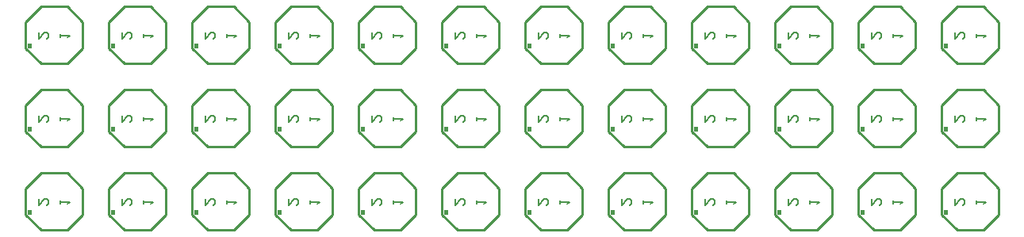
<source format=gbr>
G04 start of page 9 for group -4078 idx -4078 *
G04 Title: (unknown), bottomsilk *
G04 Creator: pcb 4.0.2 *
G04 CreationDate: Thu Oct 28 15:19:50 2021 UTC *
G04 For: ndholmes *
G04 Format: Gerber/RS-274X *
G04 PCB-Dimensions (mil): 4900.00 1150.00 *
G04 PCB-Coordinate-Origin: lower left *
%MOIN*%
%FSLAX25Y25*%
%LNBOTTOMSILK*%
%ADD31C,0.0080*%
%ADD30C,0.0100*%
%ADD29C,0.0001*%
G54D29*G36*
X43000Y89000D02*Y87000D01*
X41500D01*
Y89000D01*
X43000D01*
G37*
G36*
X78000D02*Y87000D01*
X76500D01*
Y89000D01*
X78000D01*
G37*
G36*
X43000Y54000D02*Y52000D01*
X41500D01*
Y54000D01*
X43000D01*
G37*
G36*
X78000D02*Y52000D01*
X76500D01*
Y54000D01*
X78000D01*
G37*
G36*
X43000Y19000D02*Y17000D01*
X41500D01*
Y19000D01*
X43000D01*
G37*
G36*
X78000D02*Y17000D01*
X76500D01*
Y19000D01*
X78000D01*
G37*
G36*
X113000Y89000D02*Y87000D01*
X111500D01*
Y89000D01*
X113000D01*
G37*
G36*
Y54000D02*Y52000D01*
X111500D01*
Y54000D01*
X113000D01*
G37*
G36*
X148000D02*Y52000D01*
X146500D01*
Y54000D01*
X148000D01*
G37*
G36*
X113000Y19000D02*Y17000D01*
X111500D01*
Y19000D01*
X113000D01*
G37*
G36*
X148000D02*Y17000D01*
X146500D01*
Y19000D01*
X148000D01*
G37*
G36*
Y89000D02*Y87000D01*
X146500D01*
Y89000D01*
X148000D01*
G37*
G36*
X183000D02*Y87000D01*
X181500D01*
Y89000D01*
X183000D01*
G37*
G36*
X218000D02*Y87000D01*
X216500D01*
Y89000D01*
X218000D01*
G37*
G36*
X253000D02*Y87000D01*
X251500D01*
Y89000D01*
X253000D01*
G37*
G36*
X288000D02*Y87000D01*
X286500D01*
Y89000D01*
X288000D01*
G37*
G36*
X323000D02*Y87000D01*
X321500D01*
Y89000D01*
X323000D01*
G37*
G36*
X358000D02*Y87000D01*
X356500D01*
Y89000D01*
X358000D01*
G37*
G36*
X393000D02*Y87000D01*
X391500D01*
Y89000D01*
X393000D01*
G37*
G36*
X428000D02*Y87000D01*
X426500D01*
Y89000D01*
X428000D01*
G37*
G36*
X183000Y54000D02*Y52000D01*
X181500D01*
Y54000D01*
X183000D01*
G37*
G36*
Y19000D02*Y17000D01*
X181500D01*
Y19000D01*
X183000D01*
G37*
G36*
X218000Y54000D02*Y52000D01*
X216500D01*
Y54000D01*
X218000D01*
G37*
G36*
Y19000D02*Y17000D01*
X216500D01*
Y19000D01*
X218000D01*
G37*
G36*
X253000Y54000D02*Y52000D01*
X251500D01*
Y54000D01*
X253000D01*
G37*
G36*
Y19000D02*Y17000D01*
X251500D01*
Y19000D01*
X253000D01*
G37*
G36*
X288000D02*Y17000D01*
X286500D01*
Y19000D01*
X288000D01*
G37*
G36*
Y54000D02*Y52000D01*
X286500D01*
Y54000D01*
X288000D01*
G37*
G36*
X323000D02*Y52000D01*
X321500D01*
Y54000D01*
X323000D01*
G37*
G36*
X358000D02*Y52000D01*
X356500D01*
Y54000D01*
X358000D01*
G37*
G36*
X393000D02*Y52000D01*
X391500D01*
Y54000D01*
X393000D01*
G37*
G36*
X428000D02*Y52000D01*
X426500D01*
Y54000D01*
X428000D01*
G37*
G36*
X323000Y19000D02*Y17000D01*
X321500D01*
Y19000D01*
X323000D01*
G37*
G36*
X358000D02*Y17000D01*
X356500D01*
Y19000D01*
X358000D01*
G37*
G36*
X393000D02*Y17000D01*
X391500D01*
Y19000D01*
X393000D01*
G37*
G36*
X428000D02*Y17000D01*
X426500D01*
Y19000D01*
X428000D01*
G37*
G54D30*X204500Y98000D02*Y87000D01*
X239500Y98000D02*Y87000D01*
X215500Y98000D02*Y87000D01*
X222000Y104500D02*X233000D01*
X222000D02*X215500Y98000D01*
Y87000D02*X222000Y80500D01*
X274500Y98000D02*X268000Y104500D01*
X309500Y98000D02*X303000Y104500D01*
X292000D02*X303000D01*
X292000D02*X285500Y98000D01*
X239500D02*X233000Y104500D01*
X257000D02*X268000D01*
X257000D02*X250500Y98000D01*
X222000Y80500D02*X233000D01*
X239500Y87000D01*
X250500D02*X257000Y80500D01*
X268000D01*
X274500Y87000D01*
Y98000D02*Y87000D01*
X250500Y98000D02*Y87000D01*
X285500Y98000D02*Y87000D01*
X292000Y80500D01*
X303000D01*
X309500Y87000D01*
Y98000D02*Y87000D01*
X344500Y98000D02*X338000Y104500D01*
X327000D02*X338000D01*
X327000D02*X320500Y98000D01*
Y87000D01*
X327000Y80500D01*
X338000D01*
X344500Y87000D01*
X355500D02*X362000Y80500D01*
X344500Y98000D02*Y87000D01*
X379500Y98000D02*Y87000D01*
X355500Y98000D02*Y87000D01*
X414500Y98000D02*Y87000D01*
X390500Y98000D02*Y87000D01*
X379500Y98000D02*X373000Y104500D01*
X414500Y98000D02*X408000Y104500D01*
X397000D02*X408000D01*
X397000D02*X390500Y98000D01*
X362000Y104500D02*X373000D01*
X362000D02*X355500Y98000D01*
X362000Y80500D02*X373000D01*
X379500Y87000D01*
X390500D02*X397000Y80500D01*
X408000D01*
X414500Y87000D01*
X425500D02*X432000Y80500D01*
X443000D01*
X449500Y87000D01*
Y98000D02*Y87000D01*
Y98000D02*X443000Y104500D01*
X432000D02*X443000D01*
X432000D02*X425500Y98000D01*
Y87000D01*
X99500Y98000D02*Y87000D01*
X117000Y104500D02*X128000D01*
X117000D02*X110500Y98000D01*
Y87000D01*
X99500Y98000D02*X93000Y104500D01*
X82000D02*X93000D01*
X82000D02*X75500Y98000D01*
X93000Y80500D02*X99500Y87000D01*
X110500D02*X117000Y80500D01*
X128000D01*
X134500Y87000D01*
X47000Y104500D02*X40500Y98000D01*
Y87000D01*
X47000Y80500D01*
X58000D01*
X64500Y98000D02*Y87000D01*
Y98000D02*X58000Y104500D01*
X47000D02*X58000D01*
X75500Y98000D02*Y87000D01*
X47000Y69500D02*X58000D01*
X47000D02*X40500Y63000D01*
Y52000D01*
X47000Y45500D01*
X58000D01*
X64500Y28000D02*Y17000D01*
X58000Y10500D02*X64500Y17000D01*
X75500Y28000D02*Y17000D01*
X64500Y28000D02*X58000Y34500D01*
X47000D02*X58000D01*
X47000D02*X40500Y28000D01*
Y17000D01*
X47000Y10500D01*
X58000D01*
Y80500D02*X64500Y87000D01*
X75500D02*X82000Y80500D01*
X93000D01*
X64500Y63000D02*Y52000D01*
X58000Y45500D02*X64500Y52000D01*
X75500Y63000D02*Y52000D01*
X64500Y63000D02*X58000Y69500D01*
X99500Y63000D02*Y52000D01*
Y63000D02*X93000Y69500D01*
X82000D02*X93000D01*
X82000D02*X75500Y63000D01*
X169500Y98000D02*Y87000D01*
X204500Y98000D02*X198000Y104500D01*
X187000D02*X198000D01*
X187000D02*X180500Y98000D01*
Y87000D01*
X169500Y98000D02*X163000Y104500D01*
X152000D02*X163000D01*
X152000D02*X145500Y98000D01*
X134500D02*Y87000D01*
Y98000D02*X128000Y104500D01*
X145500Y98000D02*Y87000D01*
X152000Y80500D01*
X163000D01*
X169500Y87000D01*
X180500D02*X187000Y80500D01*
X198000D01*
X204500Y87000D01*
X110500Y63000D02*Y52000D01*
X152000Y69500D02*X163000D01*
X152000D02*X145500Y63000D01*
Y52000D01*
X117000Y45500D02*X128000D01*
X145500Y52000D02*X152000Y45500D01*
X163000D01*
X169500Y52000D01*
Y63000D02*Y52000D01*
Y63000D02*X163000Y69500D01*
X180500Y63000D02*Y52000D01*
X204500Y63000D02*Y52000D01*
Y63000D02*X198000Y69500D01*
X187000D02*X198000D01*
X187000D02*X180500Y63000D01*
Y52000D02*X187000Y45500D01*
X198000D01*
X204500Y52000D01*
X239500Y63000D02*Y52000D01*
Y63000D02*X233000Y69500D01*
X222000D02*X233000D01*
X222000Y45500D02*X233000D01*
X239500Y52000D01*
X222000Y69500D02*X215500Y63000D01*
Y52000D01*
X222000Y45500D01*
X257000Y69500D02*X250500Y63000D01*
Y52000D01*
X257000Y45500D01*
X268000D01*
X274500Y63000D02*Y52000D01*
Y63000D02*X268000Y69500D01*
Y45500D02*X274500Y52000D01*
X257000Y69500D02*X268000D01*
X309500Y63000D02*Y52000D01*
Y63000D02*X303000Y69500D01*
X292000D02*X303000D01*
X292000D02*X285500Y63000D01*
Y52000D01*
X292000Y45500D01*
X303000D01*
X309500Y52000D01*
X344500Y63000D02*Y52000D01*
Y63000D02*X338000Y69500D01*
Y45500D02*X344500Y52000D01*
X327000Y69500D02*X338000D01*
X327000D02*X320500Y63000D01*
Y52000D01*
X362000Y69500D02*X373000D01*
X362000D02*X355500Y63000D01*
Y52000D01*
X320500D02*X327000Y45500D01*
X338000D01*
X355500Y52000D02*X362000Y45500D01*
X373000D01*
X379500Y52000D01*
Y63000D02*Y52000D01*
Y63000D02*X373000Y69500D01*
X390500Y63000D02*Y52000D01*
X414500Y63000D02*Y52000D01*
Y63000D02*X408000Y69500D01*
X397000D02*X408000D01*
X397000D02*X390500Y63000D01*
Y52000D02*X397000Y45500D01*
X408000D01*
X414500Y52000D01*
X449500Y63000D02*Y52000D01*
Y63000D02*X443000Y69500D01*
X432000D02*X443000D01*
X432000Y45500D02*X443000D01*
X449500Y52000D01*
X432000Y69500D02*X425500Y63000D01*
Y52000D01*
X432000Y45500D01*
X82000D02*X93000D01*
X99500Y52000D01*
X134500Y63000D02*Y52000D01*
Y63000D02*X128000Y69500D01*
X117000D02*X128000D01*
Y45500D02*X134500Y52000D01*
X117000Y69500D02*X110500Y63000D01*
Y52000D02*X117000Y45500D01*
X75500Y52000D02*X82000Y45500D01*
X99500Y28000D02*Y17000D01*
Y28000D02*X93000Y34500D01*
X82000D02*X93000D01*
X110500Y28000D02*Y17000D01*
X82000Y34500D02*X75500Y28000D01*
Y17000D02*X82000Y10500D01*
X93000D01*
X99500Y17000D01*
X134500Y28000D02*Y17000D01*
X128000Y10500D02*X134500Y17000D01*
X145500Y28000D02*Y17000D01*
X134500Y28000D02*X128000Y34500D01*
X117000D02*X128000D01*
X117000D02*X110500Y28000D01*
Y17000D02*X117000Y10500D01*
X128000D01*
X169500Y28000D02*Y17000D01*
Y28000D02*X163000Y34500D01*
X152000D02*X163000D01*
X152000D02*X145500Y28000D01*
Y17000D02*X152000Y10500D01*
X163000D01*
X169500Y17000D01*
X204500Y28000D02*Y17000D01*
Y28000D02*X198000Y34500D01*
X187000D02*X198000D01*
X187000Y10500D02*X198000D01*
X204500Y17000D01*
X187000Y34500D02*X180500Y28000D01*
Y17000D01*
X187000Y10500D01*
X222000Y34500D02*X215500Y28000D01*
Y17000D01*
X222000Y10500D01*
X233000D01*
X239500Y28000D02*Y17000D01*
Y28000D02*X233000Y34500D01*
Y10500D02*X239500Y17000D01*
X222000Y34500D02*X233000D01*
X274500Y28000D02*Y17000D01*
Y28000D02*X268000Y34500D01*
X257000D02*X268000D01*
X257000D02*X250500Y28000D01*
Y17000D01*
X257000Y10500D01*
X268000D01*
X274500Y17000D01*
X309500Y28000D02*Y17000D01*
Y28000D02*X303000Y34500D01*
Y10500D02*X309500Y17000D01*
X292000Y34500D02*X303000D01*
X292000D02*X285500Y28000D01*
Y17000D01*
X327000Y34500D02*X338000D01*
X327000D02*X320500Y28000D01*
Y17000D01*
X285500D02*X292000Y10500D01*
X303000D01*
X320500Y17000D02*X327000Y10500D01*
X338000D01*
X344500Y17000D01*
Y28000D02*Y17000D01*
Y28000D02*X338000Y34500D01*
X355500Y28000D02*Y17000D01*
X379500Y28000D02*Y17000D01*
Y28000D02*X373000Y34500D01*
X362000D02*X373000D01*
X362000D02*X355500Y28000D01*
Y17000D02*X362000Y10500D01*
X373000D01*
X379500Y17000D01*
X414500Y28000D02*Y17000D01*
Y28000D02*X408000Y34500D01*
X397000D02*X408000D01*
X397000Y10500D02*X408000D01*
X414500Y17000D01*
X397000Y34500D02*X390500Y28000D01*
Y17000D01*
X397000Y10500D01*
X449500Y28000D02*Y17000D01*
Y28000D02*X443000Y34500D01*
Y10500D02*X449500Y17000D01*
X432000Y34500D02*X443000D01*
X432000D02*X425500Y28000D01*
Y17000D01*
X432000Y10500D01*
X443000D01*
G54D31*X303192Y91591D02*X303992Y92391D01*
X299992D02*X303992D01*
X299992Y91591D02*Y93091D01*
X294492Y91091D02*X294992Y91591D01*
Y93091D01*
X294492Y93591D01*
X293492D02*X294492D01*
X290992Y91091D02*X293492Y93591D01*
X290992Y91091D02*Y93591D01*
X268192Y91591D02*X268992Y92391D01*
X264992D02*X268992D01*
X264992Y91591D02*Y93091D01*
X259492Y91091D02*X259992Y91591D01*
Y93091D01*
X259492Y93591D01*
X258492D02*X259492D01*
X255992Y91091D02*X258492Y93591D01*
X255992Y91091D02*Y93591D01*
X233192Y91591D02*X233992Y92391D01*
X229992D02*X233992D01*
X229992Y91591D02*Y93091D01*
X224492Y91091D02*X224992Y91591D01*
Y93091D01*
X224492Y93591D01*
X223492D02*X224492D01*
X220992Y91091D02*X223492Y93591D01*
X220992Y91091D02*Y93591D01*
X198192Y91591D02*X198992Y92391D01*
X194992D02*X198992D01*
X194992Y91591D02*Y93091D01*
X189492Y91091D02*X189992Y91591D01*
Y93091D01*
X189492Y93591D01*
X188492D02*X189492D01*
X185992Y91091D02*X188492Y93591D01*
X185992Y91091D02*Y93591D01*
X163192Y91591D02*X163992Y92391D01*
X159992D02*X163992D01*
X159992Y91591D02*Y93091D01*
X154492Y91091D02*X154992Y91591D01*
Y93091D01*
X154492Y93591D01*
X153492D02*X154492D01*
X150992Y91091D02*X153492Y93591D01*
X150992Y91091D02*Y93591D01*
X128192Y91591D02*X128992Y92391D01*
X124992D02*X128992D01*
X124992Y91591D02*Y93091D01*
X119492Y91091D02*X119992Y91591D01*
Y93091D01*
X119492Y93591D01*
X118492D02*X119492D01*
X115992Y91091D02*X118492Y93591D01*
X115992Y91091D02*Y93591D01*
X93192Y91591D02*X93992Y92391D01*
X89992D02*X93992D01*
X89992Y91591D02*Y93091D01*
X84492Y91091D02*X84992Y91591D01*
Y93091D01*
X84492Y93591D01*
X83492D02*X84492D01*
X80992Y91091D02*X83492Y93591D01*
X80992Y91091D02*Y93591D01*
X58192Y91591D02*X58992Y92391D01*
X54992D02*X58992D01*
X54992Y91591D02*Y93091D01*
X49492Y91091D02*X49992Y91591D01*
Y93091D01*
X49492Y93591D01*
X48492D02*X49492D01*
X45992Y91091D02*X48492Y93591D01*
X45992Y91091D02*Y93591D01*
X259492Y56091D02*X259992Y56591D01*
Y58091D01*
X259492Y58591D01*
X258492D02*X259492D01*
X255992Y56091D02*X258492Y58591D01*
X255992Y56091D02*Y58591D01*
X233192Y56591D02*X233992Y57391D01*
X229992D02*X233992D01*
X229992Y56591D02*Y58091D01*
X224492Y56091D02*X224992Y56591D01*
Y58091D01*
X224492Y58591D01*
X223492D02*X224492D01*
X220992Y56091D02*X223492Y58591D01*
X220992Y56091D02*Y58591D01*
X198192Y56591D02*X198992Y57391D01*
X194992D02*X198992D01*
X194992Y56591D02*Y58091D01*
X189492Y56091D02*X189992Y56591D01*
Y58091D01*
X189492Y58591D01*
X188492D02*X189492D01*
X185992Y56091D02*X188492Y58591D01*
X185992Y56091D02*Y58591D01*
X163192Y56591D02*X163992Y57391D01*
X159992D02*X163992D01*
X159992Y56591D02*Y58091D01*
X154492Y56091D02*X154992Y56591D01*
Y58091D01*
X154492Y58591D01*
X153492D02*X154492D01*
X150992Y56091D02*X153492Y58591D01*
X150992Y56091D02*Y58591D01*
X128192Y56591D02*X128992Y57391D01*
X124992D02*X128992D01*
X124992Y56591D02*Y58091D01*
X119492Y56091D02*X119992Y56591D01*
Y58091D01*
X119492Y58591D01*
X118492D02*X119492D01*
X115992Y56091D02*X118492Y58591D01*
X115992Y56091D02*Y58591D01*
X93192Y56591D02*X93992Y57391D01*
X89992D02*X93992D01*
X89992Y56591D02*Y58091D01*
X84492Y56091D02*X84992Y56591D01*
Y58091D01*
X84492Y58591D01*
X83492D02*X84492D01*
X80992Y56091D02*X83492Y58591D01*
X80992Y56091D02*Y58591D01*
X58192Y56591D02*X58992Y57391D01*
X54992D02*X58992D01*
X54992Y56591D02*Y58091D01*
X49492Y56091D02*X49992Y56591D01*
Y58091D01*
X49492Y58591D01*
X48492D02*X49492D01*
X45992Y56091D02*X48492Y58591D01*
X45992Y56091D02*Y58591D01*
X268192Y21591D02*X268992Y22391D01*
X264992D02*X268992D01*
X264992Y21591D02*Y23091D01*
X259492Y21091D02*X259992Y21591D01*
Y23091D01*
X259492Y23591D01*
X258492D02*X259492D01*
X255992Y21091D02*X258492Y23591D01*
X255992Y21091D02*Y23591D01*
X233192Y21591D02*X233992Y22391D01*
X229992D02*X233992D01*
X229992Y21591D02*Y23091D01*
X224492Y21091D02*X224992Y21591D01*
Y23091D01*
X224492Y23591D01*
X223492D02*X224492D01*
X220992Y21091D02*X223492Y23591D01*
X220992Y21091D02*Y23591D01*
X198192Y21591D02*X198992Y22391D01*
X194992D02*X198992D01*
X194992Y21591D02*Y23091D01*
X189492Y21091D02*X189992Y21591D01*
Y23091D01*
X189492Y23591D01*
X188492D02*X189492D01*
X185992Y21091D02*X188492Y23591D01*
X185992Y21091D02*Y23591D01*
X163192Y21591D02*X163992Y22391D01*
X159992D02*X163992D01*
X159992Y21591D02*Y23091D01*
X154492Y21091D02*X154992Y21591D01*
Y23091D01*
X154492Y23591D01*
X153492D02*X154492D01*
X150992Y21091D02*X153492Y23591D01*
X150992Y21091D02*Y23591D01*
X128192Y21591D02*X128992Y22391D01*
X124992D02*X128992D01*
X124992Y21591D02*Y23091D01*
X119492Y21091D02*X119992Y21591D01*
Y23091D01*
X119492Y23591D01*
X118492D02*X119492D01*
X115992Y21091D02*X118492Y23591D01*
X115992Y21091D02*Y23591D01*
X93192Y21591D02*X93992Y22391D01*
X89992D02*X93992D01*
X89992Y21591D02*Y23091D01*
X84492Y21091D02*X84992Y21591D01*
Y23091D01*
X84492Y23591D01*
X83492D02*X84492D01*
X80992Y21091D02*X83492Y23591D01*
X80992Y21091D02*Y23591D01*
X58192Y21591D02*X58992Y22391D01*
X54992D02*X58992D01*
X54992Y21591D02*Y23091D01*
X49492Y21091D02*X49992Y21591D01*
Y23091D01*
X49492Y23591D01*
X48492D02*X49492D01*
X45992Y21091D02*X48492Y23591D01*
X45992Y21091D02*Y23591D01*
X399492Y91091D02*X399992Y91591D01*
Y93091D01*
X399492Y93591D01*
X398492D02*X399492D01*
X395992Y91091D02*X398492Y93591D01*
X395992Y91091D02*Y93591D01*
X373192Y91591D02*X373992Y92391D01*
X369992D02*X373992D01*
X369992Y91591D02*Y93091D01*
X364492Y91091D02*X364992Y91591D01*
Y93091D01*
X364492Y93591D01*
X363492D02*X364492D01*
X360992Y91091D02*X363492Y93591D01*
X360992Y91091D02*Y93591D01*
X338192Y91591D02*X338992Y92391D01*
X334992D02*X338992D01*
X334992Y91591D02*Y93091D01*
X443192Y91591D02*X443992Y92391D01*
X439992D02*X443992D01*
X439992Y91591D02*Y93091D01*
X434492Y91091D02*X434992Y91591D01*
Y93091D01*
X434492Y93591D01*
X433492D02*X434492D01*
X430992Y91091D02*X433492Y93591D01*
X430992Y91091D02*Y93591D01*
X408192Y91591D02*X408992Y92391D01*
X404992D02*X408992D01*
X404992Y91591D02*Y93091D01*
X329492Y91091D02*X329992Y91591D01*
Y93091D01*
X329492Y93591D01*
X328492D02*X329492D01*
X325992Y91091D02*X328492Y93591D01*
X325992Y91091D02*Y93591D01*
X364492Y56091D02*X364992Y56591D01*
Y58091D01*
X364492Y58591D01*
X363492D02*X364492D01*
X360992Y56091D02*X363492Y58591D01*
X360992Y56091D02*Y58591D01*
X338192Y56591D02*X338992Y57391D01*
X334992D02*X338992D01*
X334992Y56591D02*Y58091D01*
X329492Y56091D02*X329992Y56591D01*
Y58091D01*
X329492Y58591D01*
X328492D02*X329492D01*
X325992Y56091D02*X328492Y58591D01*
X325992Y56091D02*Y58591D01*
X303192Y56591D02*X303992Y57391D01*
X299992D02*X303992D01*
X299992Y56591D02*Y58091D01*
X294492Y56091D02*X294992Y56591D01*
Y58091D01*
X294492Y58591D01*
X293492D02*X294492D01*
X290992Y56091D02*X293492Y58591D01*
X290992Y56091D02*Y58591D01*
X268192Y56591D02*X268992Y57391D01*
X264992D02*X268992D01*
X264992Y56591D02*Y58091D01*
X443192Y56591D02*X443992Y57391D01*
X439992D02*X443992D01*
X439992Y56591D02*Y58091D01*
X434492Y56091D02*X434992Y56591D01*
Y58091D01*
X434492Y58591D01*
X433492D02*X434492D01*
X430992Y56091D02*X433492Y58591D01*
X430992Y56091D02*Y58591D01*
X408192Y56591D02*X408992Y57391D01*
X404992D02*X408992D01*
X404992Y56591D02*Y58091D01*
X399492Y56091D02*X399992Y56591D01*
Y58091D01*
X399492Y58591D01*
X398492D02*X399492D01*
X395992Y56091D02*X398492Y58591D01*
X395992Y56091D02*Y58591D01*
X373192Y56591D02*X373992Y57391D01*
X369992D02*X373992D01*
X369992Y56591D02*Y58091D01*
X443192Y21591D02*X443992Y22391D01*
X439992D02*X443992D01*
X439992Y21591D02*Y23091D01*
X434492Y21091D02*X434992Y21591D01*
Y23091D01*
X434492Y23591D01*
X433492D02*X434492D01*
X430992Y21091D02*X433492Y23591D01*
X430992Y21091D02*Y23591D01*
X408192Y21591D02*X408992Y22391D01*
X404992D02*X408992D01*
X404992Y21591D02*Y23091D01*
X399492Y21091D02*X399992Y21591D01*
Y23091D01*
X399492Y23591D01*
X398492D02*X399492D01*
X395992Y21091D02*X398492Y23591D01*
X395992Y21091D02*Y23591D01*
X373192Y21591D02*X373992Y22391D01*
X369992D02*X373992D01*
X369992Y21591D02*Y23091D01*
X364492Y21091D02*X364992Y21591D01*
Y23091D01*
X364492Y23591D01*
X363492D02*X364492D01*
X360992Y21091D02*X363492Y23591D01*
X360992Y21091D02*Y23591D01*
X338192Y21591D02*X338992Y22391D01*
X334992D02*X338992D01*
X334992Y21591D02*Y23091D01*
X329492Y21091D02*X329992Y21591D01*
Y23091D01*
X329492Y23591D01*
X328492D02*X329492D01*
X325992Y21091D02*X328492Y23591D01*
X325992Y21091D02*Y23591D01*
X303192Y21591D02*X303992Y22391D01*
X299992D02*X303992D01*
X299992Y21591D02*Y23091D01*
X294492Y21091D02*X294992Y21591D01*
Y23091D01*
X294492Y23591D01*
X293492D02*X294492D01*
X290992Y21091D02*X293492Y23591D01*
X290992Y21091D02*Y23591D01*
M02*

</source>
